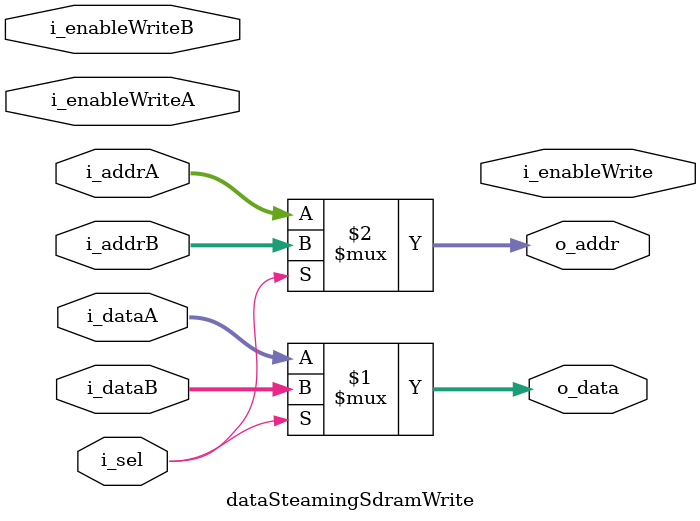
<source format=v>
module dataSteamingSdramWrite(
    input [15:0] i_dataA,
    input [15:0] i_dataB,
    input [18:0] i_addrA,
    input [18:0] i_addrB,
    input i_enableWriteA,
    input i_enableWriteB,
    input i_sel,
    output [15:0] o_data,
    output [18:0] o_addr,
    output i_enableWrite,
);
assign o_data = (i_sel) ? i_dataB : i_dataA;
assign o_addr = (i_sel) ? i_addrB : i_addrA;
assign o_enableWrite = (i_sel) ? i_enableWriteB : i_enableWriteA;
endmodule
</source>
